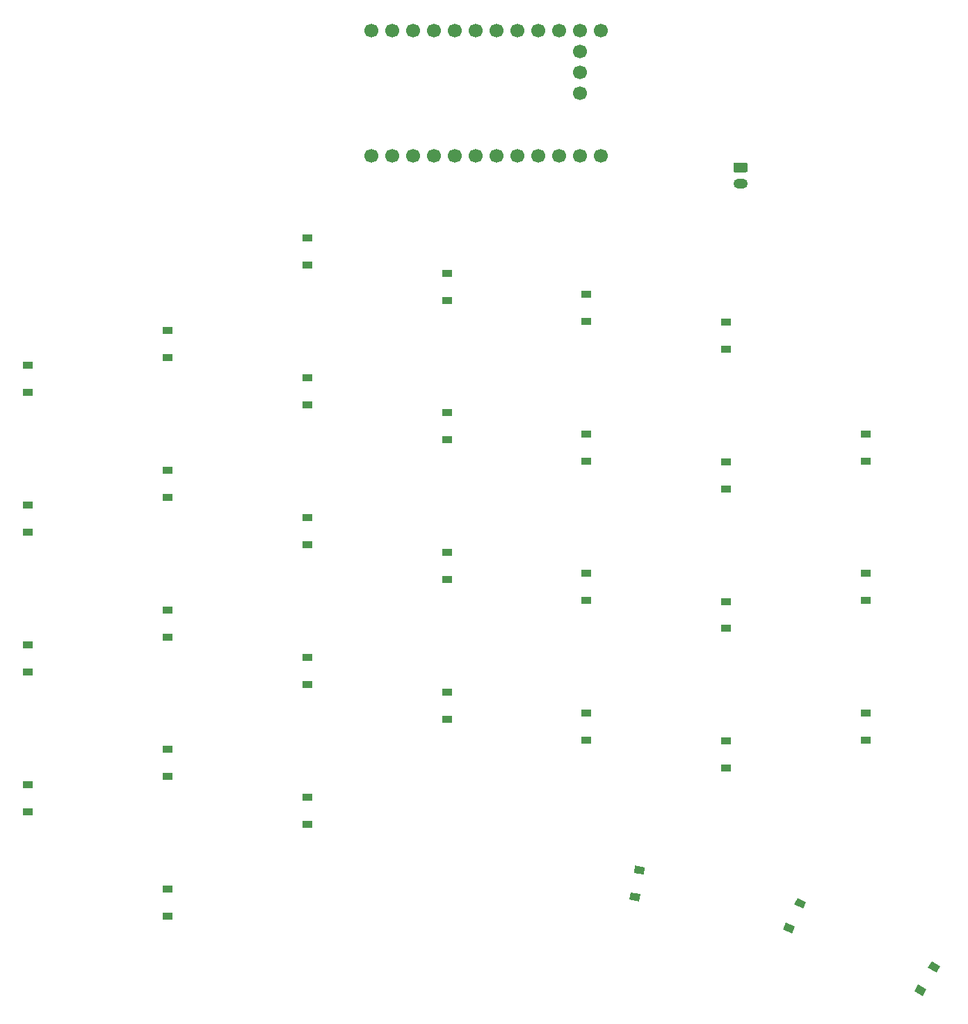
<source format=gtl>
G04 #@! TF.GenerationSoftware,KiCad,Pcbnew,8.0.8+1*
G04 #@! TF.CreationDate,2025-08-10T15:44:02+00:00*
G04 #@! TF.ProjectId,left_pcb,6c656674-5f70-4636-922e-6b696361645f,v0.2*
G04 #@! TF.SameCoordinates,Original*
G04 #@! TF.FileFunction,Copper,L1,Top*
G04 #@! TF.FilePolarity,Positive*
%FSLAX46Y46*%
G04 Gerber Fmt 4.6, Leading zero omitted, Abs format (unit mm)*
G04 Created by KiCad (PCBNEW 8.0.8+1) date 2025-08-10 15:44:02*
%MOMM*%
%LPD*%
G01*
G04 APERTURE LIST*
G04 #@! TA.AperFunction,SMDPad,CuDef*
%ADD10R,1.200000X0.900000*%
G04 #@! TD*
G04 #@! TA.AperFunction,ComponentPad*
%ADD11C,1.700000*%
G04 #@! TD*
G04 #@! TA.AperFunction,ComponentPad*
%ADD12O,1.750000X1.200000*%
G04 #@! TD*
G04 APERTURE END LIST*
D10*
X61250000Y-80380000D03*
X61250000Y-83680000D03*
D11*
X69050000Y-38150000D03*
X71590000Y-38150000D03*
X74130000Y-38150000D03*
X76670000Y-38150000D03*
X79210000Y-38150000D03*
X81750000Y-38150000D03*
X84290000Y-38150000D03*
X86830000Y-38150000D03*
X89370000Y-38150000D03*
X91910000Y-38150000D03*
X94450000Y-38150000D03*
X96990000Y-38150000D03*
X96990000Y-53390000D03*
X94450000Y-53390000D03*
X91910000Y-53390000D03*
X89370000Y-53390000D03*
X86830000Y-53390000D03*
X84290000Y-53390000D03*
X81750000Y-53390000D03*
X79210000Y-53390000D03*
X76670000Y-53390000D03*
X74130000Y-53390000D03*
X71590000Y-53390000D03*
X69050000Y-53390000D03*
X94450000Y-40690000D03*
X94450000Y-43230000D03*
X94450000Y-45770000D03*
D10*
X112250000Y-124580000D03*
X112250000Y-127880000D03*
G04 #@! TA.AperFunction,SMDPad,CuDef*
G36*
X101181988Y-139734730D02*
G01*
X102363757Y-139943107D01*
X102207474Y-140829434D01*
X101025705Y-140621057D01*
X101181988Y-139734730D01*
G37*
G04 #@! TD.AperFunction*
G04 #@! TA.AperFunction,SMDPad,CuDef*
G36*
X100608950Y-142984596D02*
G01*
X101790719Y-143192973D01*
X101634436Y-144079300D01*
X100452667Y-143870923D01*
X100608950Y-142984596D01*
G37*
G04 #@! TD.AperFunction*
X112250000Y-73580000D03*
X112250000Y-76880000D03*
X112250000Y-90580000D03*
X112250000Y-93880000D03*
X95250000Y-121180000D03*
X95250000Y-124480000D03*
X112250000Y-107580000D03*
X112250000Y-110880000D03*
G04 #@! TA.AperFunction,ComponentPad*
G36*
G01*
X113365000Y-54170000D02*
X114635000Y-54170000D01*
G75*
G02*
X114875000Y-54410000I0J-240000D01*
G01*
X114875000Y-55130000D01*
G75*
G02*
X114635000Y-55370000I-240000J0D01*
G01*
X113365000Y-55370000D01*
G75*
G02*
X113125000Y-55130000I0J240000D01*
G01*
X113125000Y-54410000D01*
G75*
G02*
X113365000Y-54170000I240000J0D01*
G01*
G37*
G04 #@! TD.AperFunction*
D12*
X114000000Y-56770000D03*
D10*
X44250000Y-74600000D03*
X44250000Y-77900000D03*
X44250000Y-108600000D03*
X44250000Y-111900000D03*
X44250000Y-91600000D03*
X44250000Y-94900000D03*
X27250000Y-112850000D03*
X27250000Y-116150000D03*
X44250000Y-125600000D03*
X44250000Y-128900000D03*
G04 #@! TA.AperFunction,SMDPad,CuDef*
G36*
X120924484Y-143673944D02*
G01*
X122012053Y-144181085D01*
X121631696Y-144996762D01*
X120544127Y-144489621D01*
X120924484Y-143673944D01*
G37*
G04 #@! TD.AperFunction*
G04 #@! TA.AperFunction,SMDPad,CuDef*
G36*
X119529844Y-146664760D02*
G01*
X120617413Y-147171901D01*
X120237056Y-147987578D01*
X119149487Y-147480437D01*
X119529844Y-146664760D01*
G37*
G04 #@! TD.AperFunction*
X61250000Y-63380000D03*
X61250000Y-66680000D03*
X95250000Y-70180000D03*
X95250000Y-73480000D03*
X78250000Y-118630000D03*
X78250000Y-121930000D03*
X78250000Y-84630000D03*
X78250000Y-87930000D03*
X61250000Y-131380000D03*
X61250000Y-134680000D03*
X27250000Y-129850000D03*
X27250000Y-133150000D03*
X78250000Y-101630000D03*
X78250000Y-104930000D03*
X95250000Y-87180000D03*
X95250000Y-90480000D03*
X129250000Y-87180000D03*
X129250000Y-90480000D03*
X27250000Y-78850000D03*
X27250000Y-82150000D03*
X129250000Y-104180000D03*
X129250000Y-107480000D03*
X61250000Y-114380000D03*
X61250000Y-117680000D03*
G04 #@! TA.AperFunction,SMDPad,CuDef*
G36*
X137261993Y-151357479D02*
G01*
X138301223Y-151957479D01*
X137851223Y-152736901D01*
X136811993Y-152136901D01*
X137261993Y-151357479D01*
G37*
G04 #@! TD.AperFunction*
G04 #@! TA.AperFunction,SMDPad,CuDef*
G36*
X135611993Y-154215363D02*
G01*
X136651223Y-154815363D01*
X136201223Y-155594785D01*
X135161993Y-154994785D01*
X135611993Y-154215363D01*
G37*
G04 #@! TD.AperFunction*
X78250000Y-67630000D03*
X78250000Y-70930000D03*
X95250000Y-104180000D03*
X95250000Y-107480000D03*
X129250000Y-121180000D03*
X129250000Y-124480000D03*
X61250000Y-97380000D03*
X61250000Y-100680000D03*
X44250000Y-142600000D03*
X44250000Y-145900000D03*
X27250000Y-95850000D03*
X27250000Y-99150000D03*
M02*

</source>
